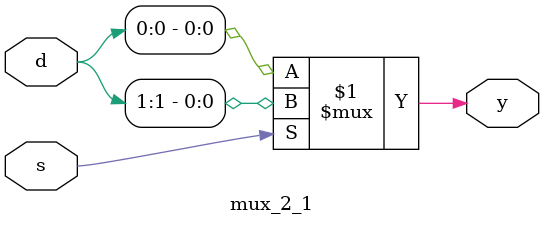
<source format=v>
`timescale 1ns / 1ps
module mux_2_1(
    input [0:1]d,
    input s,
    output y
    );
	 
	 assign y=s?d[1]:d[0];
	 
endmodule

</source>
